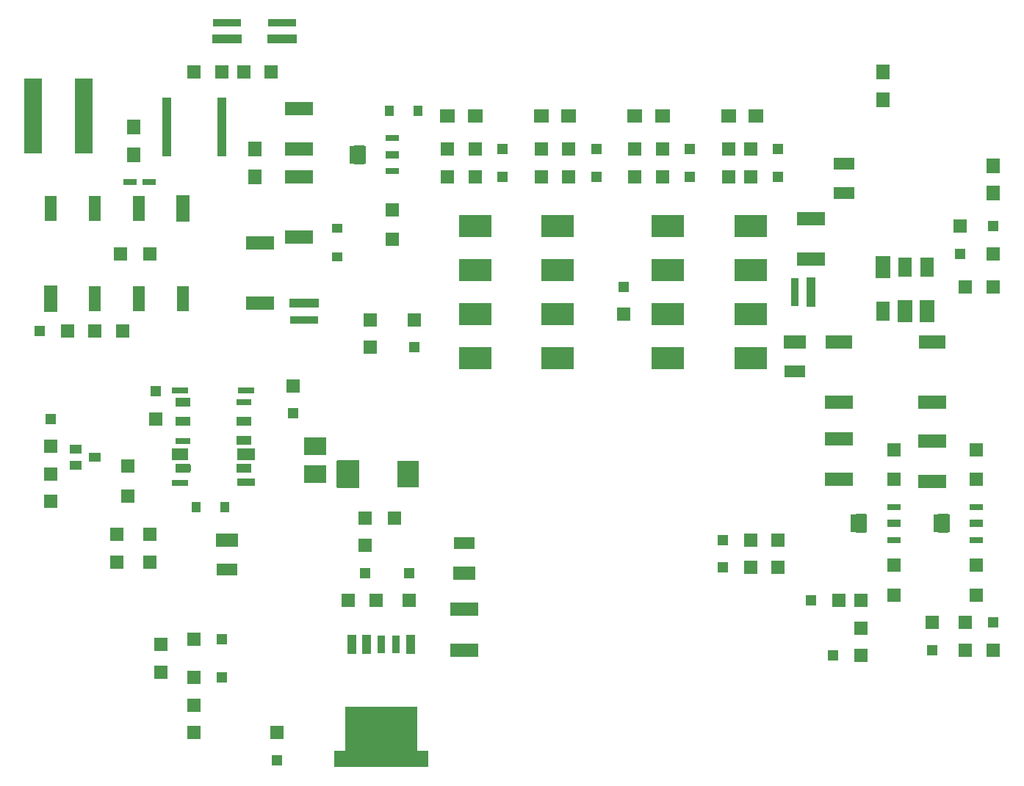
<source format=gtp>
*%FSLAX24Y24*%
*%MOIN*%
G01*
%ADD11C,0.0000*%
%ADD12C,0.0050*%
%ADD13C,0.0060*%
%ADD14C,0.0070*%
%ADD15C,0.0073*%
%ADD16C,0.0079*%
%ADD17C,0.0080*%
%ADD18C,0.0098*%
%ADD19C,0.0100*%
%ADD20C,0.0120*%
%ADD21C,0.0160*%
%ADD22C,0.0160*%
%ADD23C,0.0197*%
%ADD24C,0.0200*%
%ADD25C,0.0200*%
%ADD26C,0.0240*%
%ADD27C,0.0250*%
%ADD28C,0.0280*%
%ADD29C,0.0300*%
%ADD30C,0.0300*%
%ADD31C,0.0320*%
%ADD32C,0.0340*%
%ADD33C,0.0360*%
%ADD34C,0.0380*%
%ADD35C,0.0394*%
%ADD36C,0.0397*%
%ADD37C,0.0400*%
%ADD38C,0.0400*%
%ADD39C,0.0434*%
%ADD40C,0.0480*%
%ADD41C,0.0500*%
%ADD42C,0.0500*%
%ADD43C,0.0520*%
%ADD44C,0.0540*%
%ADD45C,0.0560*%
%ADD46C,0.0580*%
%ADD47C,0.0600*%
%ADD48C,0.0600*%
%ADD49C,0.0620*%
%ADD50C,0.0640*%
%ADD51C,0.0650*%
%ADD52C,0.0660*%
%ADD53C,0.0670*%
%ADD54C,0.0680*%
%ADD55C,0.0700*%
%ADD56C,0.0720*%
%ADD57C,0.0740*%
%ADD58C,0.0750*%
%ADD59C,0.0760*%
%ADD60C,0.0800*%
%ADD61C,0.0827*%
%ADD62C,0.0840*%
%ADD63C,0.0850*%
%ADD64C,0.0870*%
%ADD65C,0.0900*%
%ADD66C,0.1000*%
%ADD67C,0.1040*%
%ADD68C,0.1417*%
%ADD69C,0.1417*%
%ADD70C,0.1500*%
%ADD71C,0.1540*%
%ADD72C,0.2417*%
%ADD73C,0.2417*%
%ADD74R,0.0200X0.0200*%
%ADD75R,0.0200X0.0400*%
%ADD76R,0.0250X0.0300*%
%ADD77R,0.0300X0.0300*%
%ADD78R,0.0350X0.0550*%
%ADD79R,0.0350X0.0800*%
%ADD80R,0.0360X0.1300*%
%ADD81R,0.0400X0.0400*%
%ADD82R,0.0400X0.0500*%
%ADD83R,0.0400X0.1350*%
%ADD84R,0.0400X0.2700*%
%ADD85R,0.0420X0.0850*%
%ADD86R,0.0440X0.0540*%
%ADD87R,0.0440X0.1390*%
%ADD88R,0.0460X0.0890*%
%ADD89R,0.0500X0.0200*%
%ADD90R,0.0500X0.0400*%
%ADD91R,0.0500X0.0500*%
%ADD92R,0.0500X0.0500*%
%ADD93R,0.0500X0.0850*%
%ADD94R,0.0500X0.2800*%
%ADD95R,0.0540X0.0440*%
%ADD96R,0.0540X0.0890*%
%ADD97R,0.0540X0.1140*%
%ADD98R,0.0540X0.2840*%
%ADD99R,0.0550X0.0350*%
%ADD100R,0.0551X0.0394*%
%ADD101R,0.0551X0.1417*%
%ADD102R,0.0560X0.0320*%
%ADD103R,0.0591X0.0434*%
%ADD104R,0.0600X0.0280*%
%ADD105R,0.0600X0.0300*%
%ADD106R,0.0600X0.0360*%
%ADD107R,0.0600X0.0600*%
%ADD108R,0.0600X0.0600*%
%ADD109R,0.0600X0.0700*%
%ADD110R,0.0600X0.0900*%
%ADD111R,0.0600X0.1200*%
%ADD112R,0.0620X0.0620*%
%ADD113R,0.0640X0.0320*%
%ADD114R,0.0640X0.0340*%
%ADD115R,0.0640X0.0400*%
%ADD116R,0.0640X0.0640*%
%ADD117R,0.0640X0.0740*%
%ADD118R,0.0640X0.1240*%
%ADD119R,0.0650X0.0200*%
%ADD120R,0.0650X0.0300*%
%ADD121R,0.0650X0.0550*%
%ADD122R,0.0660X0.0660*%
%ADD123R,0.0700X0.0300*%
%ADD124R,0.0700X0.0340*%
%ADD125R,0.0700X0.0350*%
%ADD126R,0.0700X0.0600*%
%ADD127R,0.0700X0.0700*%
%ADD128R,0.0700X0.0700*%
%ADD129R,0.0700X0.1000*%
%ADD130R,0.0709X0.0394*%
%ADD131R,0.0740X0.0640*%
%ADD132R,0.0740X0.0740*%
%ADD133R,0.0740X0.1040*%
%ADD134R,0.0749X0.0434*%
%ADD135R,0.0750X0.0300*%
%ADD136R,0.0750X0.0400*%
%ADD137R,0.0750X0.0550*%
%ADD138R,0.0750X0.0800*%
%ADD139R,0.0760X0.0760*%
%ADD140R,0.0800X0.0350*%
%ADD141R,0.0800X0.0550*%
%ADD142R,0.0800X0.3400*%
%ADD143R,0.0827X0.0394*%
%ADD144R,0.0827X0.0591*%
%ADD145R,0.0867X0.0434*%
%ADD146R,0.0867X0.0631*%
%ADD147R,0.0900X0.0900*%
%ADD148R,0.0900X0.3500*%
%ADD149R,0.0940X0.3540*%
%ADD150R,0.0950X0.1200*%
%ADD151R,0.0960X0.0540*%
%ADD152R,0.0960X0.1220*%
%ADD153R,0.0984X0.1260*%
%ADD154R,0.1000X0.0600*%
%ADD155R,0.1000X0.0800*%
%ADD156R,0.1000X0.1000*%
%ADD157R,0.1000X0.1000*%
%ADD158R,0.1000X0.1200*%
%ADD159R,0.1000X0.1250*%
%ADD160R,0.1040X0.0640*%
%ADD161R,0.1040X0.0840*%
%ADD162R,0.1040X0.1040*%
%ADD163R,0.1040X0.1290*%
%ADD164R,0.1102X0.0394*%
%ADD165R,0.1200X0.0600*%
%ADD166R,0.1200X0.1200*%
%ADD167R,0.1250X0.0600*%
%ADD168R,0.1250X0.0800*%
%ADD169R,0.1250X0.1250*%
%ADD170R,0.1260X0.0591*%
%ADD171R,0.1290X0.0640*%
%ADD172R,0.1300X0.0631*%
%ADD173R,0.1300X0.0360*%
%ADD174R,0.1350X0.0400*%
%ADD175R,0.1390X0.0440*%
%ADD176R,0.1500X0.1000*%
%ADD177R,0.1500X0.1500*%
%ADD178R,0.1540X0.1040*%
%ADD179R,0.1540X0.1540*%
%ADD180R,0.1600X0.0200*%
%ADD181R,0.1600X0.2400*%
%ADD182R,0.1700X0.1700*%
%ADD183R,0.1900X0.1900*%
%ADD184R,0.2000X0.2000*%
%ADD185R,0.2100X0.2100*%
%ADD186R,0.2200X0.2200*%
%ADD187R,0.2300X0.2300*%
%ADD188R,0.2500X0.0500*%
%ADD189R,0.2750X0.0500*%
%ADD190R,0.3000X0.3000*%
%ADD191R,0.3300X0.2750*%
%ADD192R,0.3340X0.2790*%
%ADD193R,0.3700X0.3700*%
%ADD194R,0.4250X0.0750*%
%ADD195R,0.4290X0.0790*%
D79*
X46115Y36220D02*
D03*
X45465D02*
D03*
X44115D02*
D03*
X43465D02*
D03*
X44785D02*
D03*
D80*
X64290Y52220D02*
D03*
X63540D02*
D03*
D82*
X37690Y42470D02*
D03*
X36390D02*
D03*
X45140Y60470D02*
D03*
X46440D02*
D03*
D83*
X64290Y52220D02*
D03*
D84*
X37540Y59720D02*
D03*
X35040D02*
D03*
D85*
X46130Y36220D02*
D03*
X44120D02*
D03*
X43450D02*
D03*
D90*
X42790Y53820D02*
D03*
Y55120D02*
D03*
D91*
X71290Y52470D02*
D03*
X72540D02*
D03*
X55790Y51220D02*
D03*
Y52470D02*
D03*
X34540Y47720D02*
D03*
Y46470D02*
D03*
X40790Y47970D02*
D03*
Y46720D02*
D03*
X49040Y58720D02*
D03*
X50290D02*
D03*
X47790Y57470D02*
D03*
Y58720D02*
D03*
X49040Y57470D02*
D03*
X50290D02*
D03*
X52040D02*
D03*
Y58720D02*
D03*
X53290Y57470D02*
D03*
X54540D02*
D03*
X53290Y58720D02*
D03*
X54540D02*
D03*
X57540D02*
D03*
X58790D02*
D03*
X56290Y57470D02*
D03*
Y58720D02*
D03*
X57540Y57470D02*
D03*
X58790D02*
D03*
X60540D02*
D03*
Y58720D02*
D03*
X61540Y57470D02*
D03*
X62790D02*
D03*
X61540Y58720D02*
D03*
X62790D02*
D03*
X72540Y55220D02*
D03*
Y53970D02*
D03*
X71040Y55220D02*
D03*
Y53970D02*
D03*
X61540Y39720D02*
D03*
X60290D02*
D03*
X61540Y40970D02*
D03*
X60290D02*
D03*
X62790D02*
D03*
Y39720D02*
D03*
X69790Y37220D02*
D03*
Y35970D02*
D03*
X71290D02*
D03*
Y37220D02*
D03*
X72540Y35970D02*
D03*
Y37220D02*
D03*
X65290Y35720D02*
D03*
X66540D02*
D03*
Y36970D02*
D03*
Y38220D02*
D03*
X64290D02*
D03*
X65540D02*
D03*
X44040Y39470D02*
D03*
Y40720D02*
D03*
X43290Y38220D02*
D03*
X44540D02*
D03*
X46040D02*
D03*
Y39470D02*
D03*
X40040Y32220D02*
D03*
Y30970D02*
D03*
X34790Y34970D02*
D03*
Y36220D02*
D03*
X36290Y33470D02*
D03*
Y32220D02*
D03*
Y34720D02*
D03*
X37540D02*
D03*
X36290Y36470D02*
D03*
X37540D02*
D03*
X34290Y39970D02*
D03*
Y41220D02*
D03*
X44290Y49720D02*
D03*
Y50970D02*
D03*
X46290Y49720D02*
D03*
Y50970D02*
D03*
X33040Y50470D02*
D03*
X31790D02*
D03*
X29290D02*
D03*
X30540D02*
D03*
X29790Y45220D02*
D03*
Y46470D02*
D03*
X32790Y41220D02*
D03*
Y39970D02*
D03*
X29790Y42720D02*
D03*
Y43970D02*
D03*
D93*
X70290Y41720D02*
D03*
X66540D02*
D03*
X43790Y58470D02*
D03*
D97*
X35790Y51920D02*
D03*
X33790D02*
D03*
X31790D02*
D03*
X29790D02*
D03*
X31790Y56020D02*
D03*
X29790D02*
D03*
X33790D02*
D03*
X35790D02*
D03*
D100*
X30924Y45094D02*
D03*
X31790Y44720D02*
D03*
X30924Y44346D02*
D03*
D102*
X71790Y41720D02*
D03*
X68040D02*
D03*
X45290Y58470D02*
D03*
D104*
X71790Y40970D02*
D03*
Y42470D02*
D03*
X68040Y40970D02*
D03*
Y42470D02*
D03*
X45290Y57720D02*
D03*
Y59220D02*
D03*
D105*
X34240Y57220D02*
D03*
X33390D02*
D03*
D106*
X71790Y41720D02*
D03*
X68040D02*
D03*
X45290Y58470D02*
D03*
D107*
X71790Y39820D02*
D03*
Y38470D02*
D03*
Y45070D02*
D03*
Y43720D02*
D03*
X72540Y52470D02*
D03*
X71290D02*
D03*
X55790Y51220D02*
D03*
X34540Y46470D02*
D03*
X40790Y47970D02*
D03*
X49040Y58720D02*
D03*
X47790D02*
D03*
Y57470D02*
D03*
X49040D02*
D03*
X52040Y58720D02*
D03*
Y57470D02*
D03*
X53290D02*
D03*
Y58720D02*
D03*
X57540D02*
D03*
X56290D02*
D03*
Y57470D02*
D03*
X57540D02*
D03*
X60540Y58720D02*
D03*
Y57470D02*
D03*
X61540D02*
D03*
Y58720D02*
D03*
X72540Y53970D02*
D03*
X71040Y55220D02*
D03*
X61540Y39720D02*
D03*
Y40970D02*
D03*
X62790Y39720D02*
D03*
Y40970D02*
D03*
X68040Y45070D02*
D03*
Y43720D02*
D03*
Y39820D02*
D03*
Y38470D02*
D03*
X69790Y37220D02*
D03*
X71290D02*
D03*
Y35970D02*
D03*
X72540D02*
D03*
X66540Y35720D02*
D03*
Y38220D02*
D03*
Y36970D02*
D03*
X65540Y38220D02*
D03*
X45390Y41970D02*
D03*
X44040D02*
D03*
Y40720D02*
D03*
X44540Y38220D02*
D03*
X43290D02*
D03*
X46040D02*
D03*
X40040Y32220D02*
D03*
X34790Y36220D02*
D03*
Y34970D02*
D03*
X36290Y32220D02*
D03*
Y33470D02*
D03*
Y34720D02*
D03*
Y36470D02*
D03*
X34290Y41220D02*
D03*
Y39970D02*
D03*
X44290Y50970D02*
D03*
Y49720D02*
D03*
X46290Y50970D02*
D03*
X45290Y54620D02*
D03*
Y55970D02*
D03*
X38540Y62220D02*
D03*
X39790D02*
D03*
X36290D02*
D03*
X37540D02*
D03*
X32940Y53970D02*
D03*
X34290D02*
D03*
X31790Y50470D02*
D03*
X33040D02*
D03*
X30540D02*
D03*
X29790Y45220D02*
D03*
X33290Y44320D02*
D03*
Y42970D02*
D03*
X32790Y39970D02*
D03*
Y41220D02*
D03*
X29790Y43970D02*
D03*
Y42720D02*
D03*
D109*
X39040Y58720D02*
D03*
Y57470D02*
D03*
X67540Y60970D02*
D03*
Y62220D02*
D03*
X72540Y56720D02*
D03*
Y57970D02*
D03*
X33540Y59720D02*
D03*
Y58470D02*
D03*
D110*
X67540Y53370D02*
D03*
X68540D02*
D03*
X69540D02*
D03*
X67540Y51370D02*
D03*
X68540D02*
D03*
X69540D02*
D03*
D111*
X35790Y56020D02*
D03*
X29790Y51920D02*
D03*
D120*
X35815Y44220D02*
D03*
D123*
X35790Y45470D02*
D03*
Y47220D02*
D03*
X38540D02*
D03*
Y45470D02*
D03*
Y44220D02*
D03*
D124*
Y46350D02*
D03*
D125*
X35790Y46345D02*
D03*
D126*
X47790Y60220D02*
D03*
X49040D02*
D03*
X52040D02*
D03*
X53290D02*
D03*
X60540D02*
D03*
X61790D02*
D03*
X56290D02*
D03*
X57540D02*
D03*
D129*
X68540Y51370D02*
D03*
X69540D02*
D03*
X67540Y53370D02*
D03*
D130*
X38540Y45480D02*
D03*
Y46346D02*
D03*
Y44220D02*
D03*
X35784D02*
D03*
Y46346D02*
D03*
Y47212D02*
D03*
D135*
X35665Y43570D02*
D03*
Y47770D02*
D03*
X38665D02*
D03*
D137*
X35665Y44845D02*
D03*
D138*
X70215Y41720D02*
D03*
X66465D02*
D03*
X43715Y58470D02*
D03*
D140*
X38640Y43595D02*
D03*
D141*
Y44845D02*
D03*
D142*
X31290Y60220D02*
D03*
X28990D02*
D03*
D150*
X46015Y43970D02*
D03*
D151*
X65790Y56720D02*
D03*
Y58070D02*
D03*
X63540Y49970D02*
D03*
Y48620D02*
D03*
X48540Y39470D02*
D03*
Y40820D02*
D03*
X37790Y40970D02*
D03*
Y39620D02*
D03*
D152*
X43290Y43970D02*
D03*
X45990D02*
D03*
D154*
X63540Y49970D02*
D03*
X48540Y39470D02*
D03*
X37790Y40970D02*
D03*
D155*
X41790Y43970D02*
D03*
Y45220D02*
D03*
D158*
X43240Y43970D02*
D03*
D159*
X43290D02*
D03*
D165*
X69790Y49970D02*
D03*
Y47220D02*
D03*
X39290Y51720D02*
D03*
Y54470D02*
D03*
X41040Y54720D02*
D03*
Y57470D02*
D03*
X65540Y47220D02*
D03*
Y49970D02*
D03*
D167*
X69790Y45470D02*
D03*
Y43620D02*
D03*
X41040Y58720D02*
D03*
Y60570D02*
D03*
X64290Y55570D02*
D03*
Y53720D02*
D03*
X65540Y43720D02*
D03*
Y45570D02*
D03*
X48540Y35970D02*
D03*
Y37820D02*
D03*
D170*
X69790Y47220D02*
D03*
X39290Y54470D02*
D03*
Y51720D02*
D03*
X41040Y57470D02*
D03*
Y54720D02*
D03*
X65540Y47220D02*
D03*
D173*
X41290Y51720D02*
D03*
Y50970D02*
D03*
X40290Y63720D02*
D03*
Y64470D02*
D03*
X37790Y63720D02*
D03*
Y64470D02*
D03*
D174*
X41290Y51720D02*
D03*
X40290Y63720D02*
D03*
X37790D02*
D03*
D176*
X61540Y55220D02*
D03*
Y53220D02*
D03*
Y51220D02*
D03*
Y49220D02*
D03*
X57790D02*
D03*
Y51220D02*
D03*
Y53220D02*
D03*
Y55220D02*
D03*
D03*
X61540D02*
D03*
X57790Y51220D02*
D03*
X52790Y55220D02*
D03*
Y53220D02*
D03*
Y51220D02*
D03*
Y49220D02*
D03*
X49040D02*
D03*
Y51220D02*
D03*
Y53220D02*
D03*
Y55220D02*
D03*
D03*
X52790D02*
D03*
X49040Y51220D02*
D03*
D191*
X44790Y32020D02*
D03*
D194*
Y31020D02*
D03*
M02*

</source>
